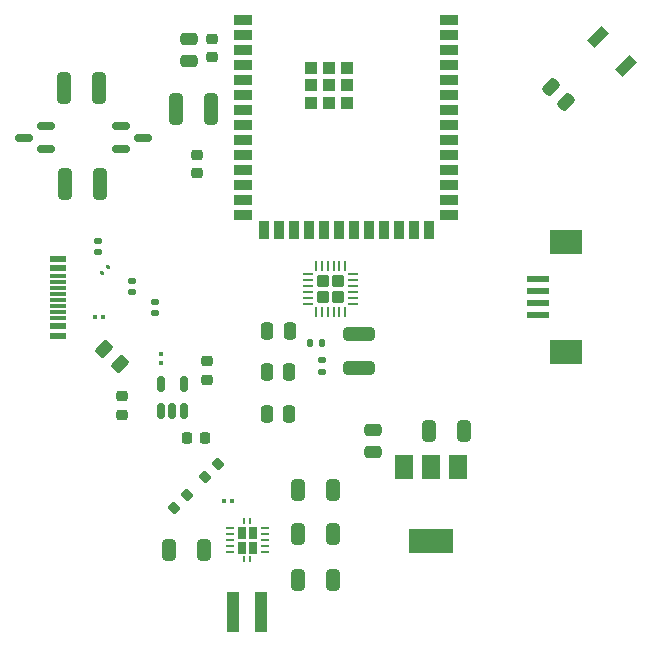
<source format=gbr>
%TF.GenerationSoftware,KiCad,Pcbnew,(6.0.9)*%
%TF.CreationDate,2023-01-23T17:19:02-06:00*%
%TF.ProjectId,pulse_ox_wearable,70756c73-655f-46f7-985f-776561726162,1*%
%TF.SameCoordinates,Original*%
%TF.FileFunction,Paste,Top*%
%TF.FilePolarity,Positive*%
%FSLAX46Y46*%
G04 Gerber Fmt 4.6, Leading zero omitted, Abs format (unit mm)*
G04 Created by KiCad (PCBNEW (6.0.9)) date 2023-01-23 17:19:02*
%MOMM*%
%LPD*%
G01*
G04 APERTURE LIST*
G04 Aperture macros list*
%AMRoundRect*
0 Rectangle with rounded corners*
0 $1 Rounding radius*
0 $2 $3 $4 $5 $6 $7 $8 $9 X,Y pos of 4 corners*
0 Add a 4 corners polygon primitive as box body*
4,1,4,$2,$3,$4,$5,$6,$7,$8,$9,$2,$3,0*
0 Add four circle primitives for the rounded corners*
1,1,$1+$1,$2,$3*
1,1,$1+$1,$4,$5*
1,1,$1+$1,$6,$7*
1,1,$1+$1,$8,$9*
0 Add four rect primitives between the rounded corners*
20,1,$1+$1,$2,$3,$4,$5,0*
20,1,$1+$1,$4,$5,$6,$7,0*
20,1,$1+$1,$6,$7,$8,$9,0*
20,1,$1+$1,$8,$9,$2,$3,0*%
%AMRotRect*
0 Rectangle, with rotation*
0 The origin of the aperture is its center*
0 $1 length*
0 $2 width*
0 $3 Rotation angle, in degrees counterclockwise*
0 Add horizontal line*
21,1,$1,$2,0,0,$3*%
G04 Aperture macros list end*
%ADD10R,0.990600X0.990600*%
%ADD11R,1.498600X0.889000*%
%ADD12R,0.889000X1.498600*%
%ADD13R,3.800000X2.000000*%
%ADD14R,1.500000X2.000000*%
%ADD15RoundRect,0.079500X0.100500X-0.079500X0.100500X0.079500X-0.100500X0.079500X-0.100500X-0.079500X0*%
%ADD16RoundRect,0.250000X-1.075000X0.312500X-1.075000X-0.312500X1.075000X-0.312500X1.075000X0.312500X0*%
%ADD17RoundRect,0.250000X-0.325000X-0.650000X0.325000X-0.650000X0.325000X0.650000X-0.325000X0.650000X0*%
%ADD18RoundRect,0.250000X0.250000X0.475000X-0.250000X0.475000X-0.250000X-0.475000X0.250000X-0.475000X0*%
%ADD19RoundRect,0.250000X0.325000X0.650000X-0.325000X0.650000X-0.325000X-0.650000X0.325000X-0.650000X0*%
%ADD20RoundRect,0.079500X-0.079500X-0.100500X0.079500X-0.100500X0.079500X0.100500X-0.079500X0.100500X0*%
%ADD21RoundRect,0.079500X0.014849X-0.127279X0.127279X-0.014849X-0.014849X0.127279X-0.127279X0.014849X0*%
%ADD22RoundRect,0.147500X0.172500X-0.147500X0.172500X0.147500X-0.172500X0.147500X-0.172500X-0.147500X0*%
%ADD23RoundRect,0.150000X0.150000X-0.512500X0.150000X0.512500X-0.150000X0.512500X-0.150000X-0.512500X0*%
%ADD24R,0.260000X0.500000*%
%ADD25R,0.680000X1.050000*%
%ADD26R,0.230000X0.230000*%
%ADD27O,0.800000X0.230000*%
%ADD28RoundRect,0.225000X-0.225000X-0.250000X0.225000X-0.250000X0.225000X0.250000X-0.225000X0.250000X0*%
%ADD29R,1.450000X0.600000*%
%ADD30R,1.450000X0.300000*%
%ADD31RoundRect,0.250000X0.312500X1.075000X-0.312500X1.075000X-0.312500X-1.075000X0.312500X-1.075000X0*%
%ADD32RoundRect,0.135000X0.185000X-0.135000X0.185000X0.135000X-0.185000X0.135000X-0.185000X-0.135000X0*%
%ADD33RoundRect,0.250000X0.475000X-0.250000X0.475000X0.250000X-0.475000X0.250000X-0.475000X-0.250000X0*%
%ADD34RoundRect,0.147500X-0.172500X0.147500X-0.172500X-0.147500X0.172500X-0.147500X0.172500X0.147500X0*%
%ADD35RoundRect,0.218750X0.256250X-0.218750X0.256250X0.218750X-0.256250X0.218750X-0.256250X-0.218750X0*%
%ADD36RoundRect,0.135000X-0.135000X-0.185000X0.135000X-0.185000X0.135000X0.185000X-0.135000X0.185000X0*%
%ADD37RoundRect,0.150000X-0.587500X-0.150000X0.587500X-0.150000X0.587500X0.150000X-0.587500X0.150000X0*%
%ADD38R,2.800000X2.100000*%
%ADD39R,1.900000X0.600000*%
%ADD40RoundRect,0.200000X-0.053033X0.335876X-0.335876X0.053033X0.053033X-0.335876X0.335876X-0.053033X0*%
%ADD41R,0.980000X3.400000*%
%ADD42RoundRect,0.250000X-0.512652X-0.159099X-0.159099X-0.512652X0.512652X0.159099X0.159099X0.512652X0*%
%ADD43RoundRect,0.225000X-0.250000X0.225000X-0.250000X-0.225000X0.250000X-0.225000X0.250000X0.225000X0*%
%ADD44RotRect,0.900000X1.700000X135.000000*%
%ADD45RoundRect,0.062500X-0.062500X-0.350000X0.062500X-0.350000X0.062500X0.350000X-0.062500X0.350000X0*%
%ADD46RoundRect,0.062500X-0.350000X-0.062500X0.350000X-0.062500X0.350000X0.062500X-0.350000X0.062500X0*%
%ADD47RoundRect,0.250000X-0.275000X-0.275000X0.275000X-0.275000X0.275000X0.275000X-0.275000X0.275000X0*%
%ADD48RoundRect,0.250000X-0.475000X0.250000X-0.475000X-0.250000X0.475000X-0.250000X0.475000X0.250000X0*%
%ADD49RoundRect,0.250000X-0.312500X-1.075000X0.312500X-1.075000X0.312500X1.075000X-0.312500X1.075000X0*%
%ADD50RoundRect,0.225000X0.250000X-0.225000X0.250000X0.225000X-0.250000X0.225000X-0.250000X-0.225000X0*%
%ADD51RoundRect,0.250000X-0.503814X-0.132583X-0.132583X-0.503814X0.503814X0.132583X0.132583X0.503814X0*%
%ADD52RoundRect,0.150000X0.587500X0.150000X-0.587500X0.150000X-0.587500X-0.150000X0.587500X-0.150000X0*%
G04 APERTURE END LIST*
D10*
%TO.C,U1*%
X95970967Y-41377285D03*
X94470967Y-41377285D03*
X92970967Y-41377285D03*
X95970967Y-39877285D03*
X92970967Y-39877285D03*
X95970967Y-38377285D03*
X94470967Y-38377285D03*
X92970967Y-38377285D03*
X94470967Y-39877285D03*
D11*
X104661401Y-34373359D03*
X104661401Y-35643359D03*
X104661401Y-36913359D03*
X104661401Y-38183359D03*
X104661401Y-39453359D03*
X104661401Y-40723359D03*
X104661401Y-41993359D03*
X104661401Y-43263359D03*
X104661401Y-44533359D03*
X104661401Y-45803359D03*
X104661401Y-47073359D03*
X104661401Y-48343359D03*
X104661401Y-49613359D03*
X104661401Y-50883359D03*
D12*
X102896401Y-52133293D03*
X101626401Y-52133293D03*
X100356401Y-52133293D03*
X99086401Y-52133293D03*
X97816401Y-52133293D03*
X96546401Y-52133293D03*
X95276401Y-52133293D03*
X94006401Y-52133293D03*
X92736401Y-52133293D03*
X91466401Y-52133293D03*
X90196401Y-52133293D03*
X88926401Y-52133293D03*
D11*
X87161401Y-50883359D03*
X87161401Y-49613359D03*
X87161401Y-48343359D03*
X87161401Y-47073359D03*
X87161401Y-45803359D03*
X87161401Y-44533359D03*
X87161401Y-43263359D03*
X87161401Y-41993359D03*
X87161401Y-40723359D03*
X87161401Y-39453359D03*
X87161401Y-38183359D03*
X87161401Y-36913359D03*
X87161401Y-35643359D03*
X87161401Y-34373359D03*
%TD*%
D13*
%TO.C,U5*%
X103100000Y-78450000D03*
D14*
X100800000Y-72150000D03*
X103100000Y-72150000D03*
X105400000Y-72150000D03*
%TD*%
D15*
%TO.C,R3*%
X80200000Y-62655000D03*
X80200000Y-63345000D03*
%TD*%
D16*
%TO.C,R4*%
X96962500Y-63812500D03*
X96962500Y-60887500D03*
%TD*%
D17*
%TO.C,C17*%
X105875000Y-69100000D03*
X102925000Y-69100000D03*
%TD*%
D18*
%TO.C,C4*%
X89202335Y-67689137D03*
X91102335Y-67689137D03*
%TD*%
D19*
%TO.C,C8*%
X80925000Y-79200000D03*
X83875000Y-79200000D03*
%TD*%
D20*
%TO.C,C9*%
X86245000Y-75100000D03*
X85555000Y-75100000D03*
%TD*%
D21*
%TO.C,R1*%
X75229774Y-55770226D03*
X75717678Y-55282322D03*
%TD*%
D22*
%TO.C,D1*%
X79700000Y-58215000D03*
X79700000Y-59185000D03*
%TD*%
D23*
%TO.C,U2*%
X80250000Y-65162500D03*
X82150000Y-65162500D03*
X82150000Y-67437500D03*
X81200000Y-67437500D03*
X80250000Y-67437500D03*
%TD*%
D24*
%TO.C,U4*%
X87800000Y-76740000D03*
D25*
X87100000Y-79005000D03*
X88000000Y-77735000D03*
X87100000Y-77735000D03*
D24*
X87300000Y-76740000D03*
X87800000Y-80000000D03*
X87300000Y-80000000D03*
D25*
X88000000Y-79005000D03*
D26*
X85790000Y-79370000D03*
D27*
X86075000Y-79370000D03*
X86075000Y-78870000D03*
D26*
X85790000Y-78870000D03*
D27*
X86075000Y-78370000D03*
D26*
X85790000Y-78370000D03*
X85790000Y-77870000D03*
D27*
X86075000Y-77870000D03*
D26*
X85790000Y-77370000D03*
D27*
X86075000Y-77370000D03*
D26*
X89310000Y-77370000D03*
D27*
X89025000Y-77370000D03*
D26*
X89310000Y-77870000D03*
D27*
X89025000Y-77870000D03*
D26*
X89310000Y-78370000D03*
D27*
X89025000Y-78370000D03*
X89025000Y-78870000D03*
D26*
X89310000Y-78870000D03*
D27*
X89025000Y-79370000D03*
D26*
X89310000Y-79370000D03*
%TD*%
D18*
%TO.C,C6*%
X89252334Y-60649138D03*
X91152334Y-60649138D03*
%TD*%
D28*
%TO.C,C7*%
X83975000Y-69700000D03*
X82425000Y-69700000D03*
%TD*%
D29*
%TO.C,J2*%
X71545000Y-54550000D03*
X71545000Y-55350000D03*
D30*
X71545000Y-56050000D03*
X71545000Y-57050000D03*
X71545000Y-58550000D03*
X71545000Y-59550000D03*
D29*
X71545000Y-60250000D03*
X71545000Y-61050000D03*
X71545000Y-61050000D03*
X71545000Y-60250000D03*
D30*
X71545000Y-59050000D03*
X71545000Y-58050000D03*
X71545000Y-57550000D03*
X71545000Y-56550000D03*
D29*
X71545000Y-55350000D03*
X71545000Y-54550000D03*
%TD*%
D17*
%TO.C,C13*%
X94825000Y-81789999D03*
X91875000Y-81789999D03*
%TD*%
D31*
%TO.C,R9*%
X81537500Y-41900000D03*
X84462500Y-41900000D03*
%TD*%
D32*
%TO.C,R12*%
X93862500Y-63140000D03*
X93862500Y-64160000D03*
%TD*%
D33*
%TO.C,C14*%
X98200000Y-69050000D03*
X98200000Y-70950000D03*
%TD*%
D34*
%TO.C,D2*%
X77800000Y-57385000D03*
X77800000Y-56415000D03*
%TD*%
D35*
%TO.C,D4*%
X76900000Y-66212500D03*
X76900000Y-67787500D03*
%TD*%
D36*
%TO.C,R8*%
X93872500Y-61650000D03*
X92852500Y-61650000D03*
%TD*%
D17*
%TO.C,C11*%
X94775000Y-74100000D03*
X91825000Y-74100000D03*
%TD*%
D37*
%TO.C,Q1*%
X78737500Y-44300000D03*
X76862500Y-45250000D03*
X76862500Y-43350000D03*
%TD*%
D38*
%TO.C,J3*%
X114512625Y-53150000D03*
X114512625Y-62450000D03*
D39*
X112162625Y-56300000D03*
X112162625Y-57300000D03*
X112162625Y-58300000D03*
X112162625Y-59300000D03*
%TD*%
D40*
%TO.C,R11*%
X81316637Y-75683363D03*
X82483363Y-74516637D03*
%TD*%
D41*
%TO.C,L1*%
X88700000Y-84500000D03*
X86300000Y-84500000D03*
%TD*%
D42*
%TO.C,C1*%
X114570532Y-41314392D03*
X113227030Y-39970890D03*
%TD*%
D43*
%TO.C,C16*%
X84600000Y-37475000D03*
X84600000Y-35925000D03*
%TD*%
D44*
%TO.C,SW2*%
X117197918Y-35797918D03*
X119602082Y-38202082D03*
%TD*%
D34*
%TO.C,D3*%
X74900000Y-53985000D03*
X74900000Y-53015000D03*
%TD*%
D45*
%TO.C,U3*%
X93350000Y-55162500D03*
X93850000Y-55162500D03*
X94350000Y-55162500D03*
X94850000Y-55162500D03*
X95350000Y-55162500D03*
X95850000Y-55162500D03*
D46*
X96537500Y-55850000D03*
X96537500Y-56350000D03*
X96537500Y-56850000D03*
X96537500Y-57350000D03*
X96537500Y-57850000D03*
X96537500Y-58350000D03*
D45*
X95850000Y-59037500D03*
X95350000Y-59037500D03*
X94850000Y-59037500D03*
X94350000Y-59037500D03*
X93850000Y-59037500D03*
X93350000Y-59037500D03*
D46*
X92662500Y-58350000D03*
X92662500Y-57850000D03*
X92662500Y-57350000D03*
X92662500Y-56850000D03*
X92662500Y-56350000D03*
X92662500Y-55850000D03*
D47*
X95250000Y-57750000D03*
X93950000Y-57750000D03*
X93950000Y-56450000D03*
X95250000Y-56450000D03*
%TD*%
D31*
%TO.C,R7*%
X72037500Y-40100000D03*
X74962500Y-40100000D03*
%TD*%
D40*
%TO.C,R10*%
X83932932Y-73067068D03*
X85099658Y-71900342D03*
%TD*%
D43*
%TO.C,C10*%
X83300000Y-47275000D03*
X83300000Y-45725000D03*
%TD*%
D48*
%TO.C,C15*%
X82600000Y-37850000D03*
X82600000Y-35950000D03*
%TD*%
D49*
%TO.C,R6*%
X75062500Y-48200000D03*
X72137500Y-48200000D03*
%TD*%
D18*
%TO.C,C5*%
X89202335Y-64149137D03*
X91102335Y-64149137D03*
%TD*%
D50*
%TO.C,C2*%
X84100000Y-63225000D03*
X84100000Y-64775000D03*
%TD*%
D20*
%TO.C,R2*%
X74655000Y-59500000D03*
X75345000Y-59500000D03*
%TD*%
D51*
%TO.C,R5*%
X76745235Y-63445235D03*
X75454765Y-62154765D03*
%TD*%
D52*
%TO.C,Q2*%
X68662499Y-44300000D03*
X70537499Y-43350000D03*
X70537499Y-45250000D03*
%TD*%
D17*
%TO.C,C12*%
X94825000Y-77890000D03*
X91875000Y-77890000D03*
%TD*%
M02*

</source>
